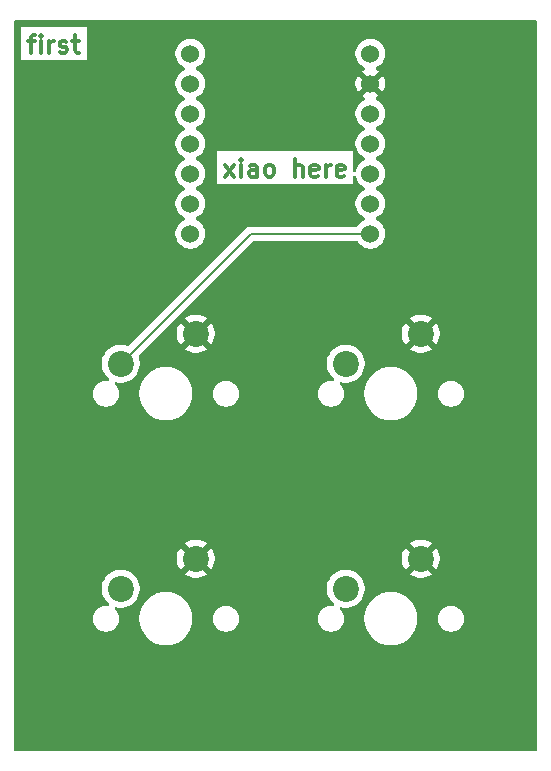
<source format=gbr>
%TF.GenerationSoftware,KiCad,Pcbnew,9.0.6*%
%TF.CreationDate,2025-12-25T21:37:21-05:00*%
%TF.ProjectId,hpad,68706164-2e6b-4696-9361-645f70636258,rev?*%
%TF.SameCoordinates,Original*%
%TF.FileFunction,Copper,L2,Bot*%
%TF.FilePolarity,Positive*%
%FSLAX46Y46*%
G04 Gerber Fmt 4.6, Leading zero omitted, Abs format (unit mm)*
G04 Created by KiCad (PCBNEW 9.0.6) date 2025-12-25 21:37:21*
%MOMM*%
%LPD*%
G01*
G04 APERTURE LIST*
%ADD10C,0.300000*%
%TA.AperFunction,NonConductor*%
%ADD11C,0.300000*%
%TD*%
%TA.AperFunction,ComponentPad*%
%ADD12C,1.524000*%
%TD*%
%TA.AperFunction,ComponentPad*%
%ADD13C,2.200000*%
%TD*%
%TA.AperFunction,ViaPad*%
%ADD14C,0.600000*%
%TD*%
%TA.AperFunction,Conductor*%
%ADD15C,0.200000*%
%TD*%
G04 APERTURE END LIST*
D10*
D11*
X163611653Y-93700828D02*
X164397368Y-92700828D01*
X163611653Y-92700828D02*
X164397368Y-93700828D01*
X164968796Y-93700828D02*
X164968796Y-92700828D01*
X164968796Y-92200828D02*
X164897368Y-92272257D01*
X164897368Y-92272257D02*
X164968796Y-92343685D01*
X164968796Y-92343685D02*
X165040225Y-92272257D01*
X165040225Y-92272257D02*
X164968796Y-92200828D01*
X164968796Y-92200828D02*
X164968796Y-92343685D01*
X166325940Y-93700828D02*
X166325940Y-92915114D01*
X166325940Y-92915114D02*
X166254511Y-92772257D01*
X166254511Y-92772257D02*
X166111654Y-92700828D01*
X166111654Y-92700828D02*
X165825940Y-92700828D01*
X165825940Y-92700828D02*
X165683082Y-92772257D01*
X166325940Y-93629400D02*
X166183082Y-93700828D01*
X166183082Y-93700828D02*
X165825940Y-93700828D01*
X165825940Y-93700828D02*
X165683082Y-93629400D01*
X165683082Y-93629400D02*
X165611654Y-93486542D01*
X165611654Y-93486542D02*
X165611654Y-93343685D01*
X165611654Y-93343685D02*
X165683082Y-93200828D01*
X165683082Y-93200828D02*
X165825940Y-93129400D01*
X165825940Y-93129400D02*
X166183082Y-93129400D01*
X166183082Y-93129400D02*
X166325940Y-93057971D01*
X167254511Y-93700828D02*
X167111654Y-93629400D01*
X167111654Y-93629400D02*
X167040225Y-93557971D01*
X167040225Y-93557971D02*
X166968797Y-93415114D01*
X166968797Y-93415114D02*
X166968797Y-92986542D01*
X166968797Y-92986542D02*
X167040225Y-92843685D01*
X167040225Y-92843685D02*
X167111654Y-92772257D01*
X167111654Y-92772257D02*
X167254511Y-92700828D01*
X167254511Y-92700828D02*
X167468797Y-92700828D01*
X167468797Y-92700828D02*
X167611654Y-92772257D01*
X167611654Y-92772257D02*
X167683083Y-92843685D01*
X167683083Y-92843685D02*
X167754511Y-92986542D01*
X167754511Y-92986542D02*
X167754511Y-93415114D01*
X167754511Y-93415114D02*
X167683083Y-93557971D01*
X167683083Y-93557971D02*
X167611654Y-93629400D01*
X167611654Y-93629400D02*
X167468797Y-93700828D01*
X167468797Y-93700828D02*
X167254511Y-93700828D01*
X169540225Y-93700828D02*
X169540225Y-92200828D01*
X170183083Y-93700828D02*
X170183083Y-92915114D01*
X170183083Y-92915114D02*
X170111654Y-92772257D01*
X170111654Y-92772257D02*
X169968797Y-92700828D01*
X169968797Y-92700828D02*
X169754511Y-92700828D01*
X169754511Y-92700828D02*
X169611654Y-92772257D01*
X169611654Y-92772257D02*
X169540225Y-92843685D01*
X171468797Y-93629400D02*
X171325940Y-93700828D01*
X171325940Y-93700828D02*
X171040226Y-93700828D01*
X171040226Y-93700828D02*
X170897368Y-93629400D01*
X170897368Y-93629400D02*
X170825940Y-93486542D01*
X170825940Y-93486542D02*
X170825940Y-92915114D01*
X170825940Y-92915114D02*
X170897368Y-92772257D01*
X170897368Y-92772257D02*
X171040226Y-92700828D01*
X171040226Y-92700828D02*
X171325940Y-92700828D01*
X171325940Y-92700828D02*
X171468797Y-92772257D01*
X171468797Y-92772257D02*
X171540226Y-92915114D01*
X171540226Y-92915114D02*
X171540226Y-93057971D01*
X171540226Y-93057971D02*
X170825940Y-93200828D01*
X172183082Y-93700828D02*
X172183082Y-92700828D01*
X172183082Y-92986542D02*
X172254511Y-92843685D01*
X172254511Y-92843685D02*
X172325940Y-92772257D01*
X172325940Y-92772257D02*
X172468797Y-92700828D01*
X172468797Y-92700828D02*
X172611654Y-92700828D01*
X173683082Y-93629400D02*
X173540225Y-93700828D01*
X173540225Y-93700828D02*
X173254511Y-93700828D01*
X173254511Y-93700828D02*
X173111653Y-93629400D01*
X173111653Y-93629400D02*
X173040225Y-93486542D01*
X173040225Y-93486542D02*
X173040225Y-92915114D01*
X173040225Y-92915114D02*
X173111653Y-92772257D01*
X173111653Y-92772257D02*
X173254511Y-92700828D01*
X173254511Y-92700828D02*
X173540225Y-92700828D01*
X173540225Y-92700828D02*
X173683082Y-92772257D01*
X173683082Y-92772257D02*
X173754511Y-92915114D01*
X173754511Y-92915114D02*
X173754511Y-93057971D01*
X173754511Y-93057971D02*
X173040225Y-93200828D01*
D10*
D11*
X146940225Y-82200828D02*
X147511653Y-82200828D01*
X147154510Y-83200828D02*
X147154510Y-81915114D01*
X147154510Y-81915114D02*
X147225939Y-81772257D01*
X147225939Y-81772257D02*
X147368796Y-81700828D01*
X147368796Y-81700828D02*
X147511653Y-81700828D01*
X148011653Y-83200828D02*
X148011653Y-82200828D01*
X148011653Y-81700828D02*
X147940225Y-81772257D01*
X147940225Y-81772257D02*
X148011653Y-81843685D01*
X148011653Y-81843685D02*
X148083082Y-81772257D01*
X148083082Y-81772257D02*
X148011653Y-81700828D01*
X148011653Y-81700828D02*
X148011653Y-81843685D01*
X148725939Y-83200828D02*
X148725939Y-82200828D01*
X148725939Y-82486542D02*
X148797368Y-82343685D01*
X148797368Y-82343685D02*
X148868797Y-82272257D01*
X148868797Y-82272257D02*
X149011654Y-82200828D01*
X149011654Y-82200828D02*
X149154511Y-82200828D01*
X149583082Y-83129400D02*
X149725939Y-83200828D01*
X149725939Y-83200828D02*
X150011653Y-83200828D01*
X150011653Y-83200828D02*
X150154510Y-83129400D01*
X150154510Y-83129400D02*
X150225939Y-82986542D01*
X150225939Y-82986542D02*
X150225939Y-82915114D01*
X150225939Y-82915114D02*
X150154510Y-82772257D01*
X150154510Y-82772257D02*
X150011653Y-82700828D01*
X150011653Y-82700828D02*
X149797368Y-82700828D01*
X149797368Y-82700828D02*
X149654510Y-82629400D01*
X149654510Y-82629400D02*
X149583082Y-82486542D01*
X149583082Y-82486542D02*
X149583082Y-82415114D01*
X149583082Y-82415114D02*
X149654510Y-82272257D01*
X149654510Y-82272257D02*
X149797368Y-82200828D01*
X149797368Y-82200828D02*
X150011653Y-82200828D01*
X150011653Y-82200828D02*
X150154510Y-82272257D01*
X150654511Y-82200828D02*
X151225939Y-82200828D01*
X150868796Y-81700828D02*
X150868796Y-82986542D01*
X150868796Y-82986542D02*
X150940225Y-83129400D01*
X150940225Y-83129400D02*
X151083082Y-83200828D01*
X151083082Y-83200828D02*
X151225939Y-83200828D01*
D12*
%TO.P,U1,1,GPIO26/ADC0/A0*%
%TO.N,unconnected-(U1-GPIO26{slash}ADC0{slash}A0-Pad1)*%
X160660000Y-83300000D03*
%TO.P,U1,2,GPIO27/ADC1/A1*%
%TO.N,unconnected-(U1-GPIO27{slash}ADC1{slash}A1-Pad2)*%
X160660000Y-85840000D03*
%TO.P,U1,3,GPIO28/ADC2/A2*%
%TO.N,unconnected-(U1-GPIO28{slash}ADC2{slash}A2-Pad3)*%
X160660000Y-88380000D03*
%TO.P,U1,4,GPIO29/ADC3/A3*%
%TO.N,unconnected-(U1-GPIO29{slash}ADC3{slash}A3-Pad4)*%
X160660000Y-90920000D03*
%TO.P,U1,5,GPIO6/SDA*%
%TO.N,Net-(D1-DIN)*%
X160660000Y-93460000D03*
%TO.P,U1,6,GPIO7/SCL*%
%TO.N,unconnected-(U1-GPIO7{slash}SCL-Pad6)*%
X160660000Y-96000000D03*
%TO.P,U1,7,GPIO0/TX*%
%TO.N,unconnected-(U1-GPIO0{slash}TX-Pad7)*%
X160660000Y-98540000D03*
%TO.P,U1,8,GPIO1/RX*%
%TO.N,Net-(U1-GPIO1{slash}RX)*%
X175900000Y-98540000D03*
%TO.P,U1,9,GPIO2/SCK*%
%TO.N,Net-(U1-GPIO2{slash}SCK)*%
X175900000Y-96000000D03*
%TO.P,U1,10,GPIO4/MISO*%
%TO.N,Net-(U1-GPIO4{slash}MISO)*%
X175900000Y-93460000D03*
%TO.P,U1,11,GPIO3/MOSI*%
%TO.N,Net-(U1-GPIO3{slash}MOSI)*%
X175900000Y-90920000D03*
%TO.P,U1,12,3V3*%
%TO.N,unconnected-(U1-3V3-Pad12)*%
X175900000Y-88380000D03*
%TO.P,U1,13,GND*%
%TO.N,GND*%
X175900000Y-85840000D03*
%TO.P,U1,14,VBUS*%
%TO.N,+5V*%
X175900000Y-83300000D03*
%TD*%
D13*
%TO.P,SW1,1,1*%
%TO.N,GND*%
X161131250Y-106997500D03*
%TO.P,SW1,2,2*%
%TO.N,Net-(U1-GPIO1{slash}RX)*%
X154781250Y-109537500D03*
%TD*%
%TO.P,SW3,1,1*%
%TO.N,GND*%
X161131250Y-126047500D03*
%TO.P,SW3,2,2*%
%TO.N,Net-(U1-GPIO4{slash}MISO)*%
X154781250Y-128587500D03*
%TD*%
%TO.P,SW4,1,1*%
%TO.N,GND*%
X180181250Y-126047500D03*
%TO.P,SW4,2,2*%
%TO.N,Net-(U1-GPIO3{slash}MOSI)*%
X173831250Y-128587500D03*
%TD*%
%TO.P,SW2,1,1*%
%TO.N,GND*%
X180181250Y-106997500D03*
%TO.P,SW2,2,2*%
%TO.N,Net-(U1-GPIO2{slash}SCK)*%
X173831250Y-109537500D03*
%TD*%
D14*
%TO.N,GND*%
X182900000Y-91400000D03*
X153900000Y-90900000D03*
%TD*%
D15*
%TO.N,Net-(U1-GPIO1{slash}RX)*%
X154781250Y-109537500D02*
X165778750Y-98540000D01*
X165778750Y-98540000D02*
X175900000Y-98540000D01*
%TD*%
%TA.AperFunction,Conductor*%
%TO.N,GND*%
G36*
X189942539Y-80442435D02*
G01*
X189988294Y-80495239D01*
X189999500Y-80546750D01*
X189999500Y-142250500D01*
X189979815Y-142317539D01*
X189927011Y-142363294D01*
X189875500Y-142374500D01*
X145880750Y-142374500D01*
X145813711Y-142354815D01*
X145767956Y-142302011D01*
X145756750Y-142250500D01*
X145756750Y-131040889D01*
X152410750Y-131040889D01*
X152410750Y-131214111D01*
X152437848Y-131385201D01*
X152491377Y-131549945D01*
X152570018Y-131704288D01*
X152671836Y-131844428D01*
X152794322Y-131966914D01*
X152934462Y-132068732D01*
X153088805Y-132147373D01*
X153253549Y-132200902D01*
X153424639Y-132228000D01*
X153424640Y-132228000D01*
X153597860Y-132228000D01*
X153597861Y-132228000D01*
X153768951Y-132200902D01*
X153933695Y-132147373D01*
X154088038Y-132068732D01*
X154228178Y-131966914D01*
X154350664Y-131844428D01*
X154452482Y-131704288D01*
X154531123Y-131549945D01*
X154584652Y-131385201D01*
X154611750Y-131214111D01*
X154611750Y-131040889D01*
X154602104Y-130979986D01*
X156340750Y-130979986D01*
X156340750Y-131275013D01*
X156372821Y-131518613D01*
X156379257Y-131567493D01*
X156453462Y-131844430D01*
X156455611Y-131852451D01*
X156455614Y-131852461D01*
X156568504Y-132125000D01*
X156568508Y-132125010D01*
X156716011Y-132380493D01*
X156895602Y-132614540D01*
X156895608Y-132614547D01*
X157104202Y-132823141D01*
X157104209Y-132823147D01*
X157338256Y-133002738D01*
X157593739Y-133150241D01*
X157593740Y-133150241D01*
X157593743Y-133150243D01*
X157866298Y-133263139D01*
X158151257Y-133339493D01*
X158443744Y-133378000D01*
X158443751Y-133378000D01*
X158738749Y-133378000D01*
X158738756Y-133378000D01*
X159031243Y-133339493D01*
X159316202Y-133263139D01*
X159588757Y-133150243D01*
X159844244Y-133002738D01*
X160078292Y-132823146D01*
X160286896Y-132614542D01*
X160466488Y-132380494D01*
X160613993Y-132125007D01*
X160726889Y-131852452D01*
X160803243Y-131567493D01*
X160841750Y-131275006D01*
X160841750Y-131040889D01*
X162570750Y-131040889D01*
X162570750Y-131214111D01*
X162597848Y-131385201D01*
X162651377Y-131549945D01*
X162730018Y-131704288D01*
X162831836Y-131844428D01*
X162954322Y-131966914D01*
X163094462Y-132068732D01*
X163248805Y-132147373D01*
X163413549Y-132200902D01*
X163584639Y-132228000D01*
X163584640Y-132228000D01*
X163757860Y-132228000D01*
X163757861Y-132228000D01*
X163928951Y-132200902D01*
X164093695Y-132147373D01*
X164248038Y-132068732D01*
X164388178Y-131966914D01*
X164510664Y-131844428D01*
X164612482Y-131704288D01*
X164691123Y-131549945D01*
X164744652Y-131385201D01*
X164771750Y-131214111D01*
X164771750Y-131040889D01*
X171460750Y-131040889D01*
X171460750Y-131214111D01*
X171487848Y-131385201D01*
X171541377Y-131549945D01*
X171620018Y-131704288D01*
X171721836Y-131844428D01*
X171844322Y-131966914D01*
X171984462Y-132068732D01*
X172138805Y-132147373D01*
X172303549Y-132200902D01*
X172474639Y-132228000D01*
X172474640Y-132228000D01*
X172647860Y-132228000D01*
X172647861Y-132228000D01*
X172818951Y-132200902D01*
X172983695Y-132147373D01*
X173138038Y-132068732D01*
X173278178Y-131966914D01*
X173400664Y-131844428D01*
X173502482Y-131704288D01*
X173581123Y-131549945D01*
X173634652Y-131385201D01*
X173661750Y-131214111D01*
X173661750Y-131040889D01*
X173652104Y-130979986D01*
X175390750Y-130979986D01*
X175390750Y-131275013D01*
X175422821Y-131518613D01*
X175429257Y-131567493D01*
X175503462Y-131844430D01*
X175505611Y-131852451D01*
X175505614Y-131852461D01*
X175618504Y-132125000D01*
X175618508Y-132125010D01*
X175766011Y-132380493D01*
X175945602Y-132614540D01*
X175945608Y-132614547D01*
X176154202Y-132823141D01*
X176154209Y-132823147D01*
X176388256Y-133002738D01*
X176643739Y-133150241D01*
X176643740Y-133150241D01*
X176643743Y-133150243D01*
X176916298Y-133263139D01*
X177201257Y-133339493D01*
X177493744Y-133378000D01*
X177493751Y-133378000D01*
X177788749Y-133378000D01*
X177788756Y-133378000D01*
X178081243Y-133339493D01*
X178366202Y-133263139D01*
X178638757Y-133150243D01*
X178894244Y-133002738D01*
X179128292Y-132823146D01*
X179336896Y-132614542D01*
X179516488Y-132380494D01*
X179663993Y-132125007D01*
X179776889Y-131852452D01*
X179853243Y-131567493D01*
X179891750Y-131275006D01*
X179891750Y-131040889D01*
X181620750Y-131040889D01*
X181620750Y-131214111D01*
X181647848Y-131385201D01*
X181701377Y-131549945D01*
X181780018Y-131704288D01*
X181881836Y-131844428D01*
X182004322Y-131966914D01*
X182144462Y-132068732D01*
X182298805Y-132147373D01*
X182463549Y-132200902D01*
X182634639Y-132228000D01*
X182634640Y-132228000D01*
X182807860Y-132228000D01*
X182807861Y-132228000D01*
X182978951Y-132200902D01*
X183143695Y-132147373D01*
X183298038Y-132068732D01*
X183438178Y-131966914D01*
X183560664Y-131844428D01*
X183662482Y-131704288D01*
X183741123Y-131549945D01*
X183794652Y-131385201D01*
X183821750Y-131214111D01*
X183821750Y-131040889D01*
X183794652Y-130869799D01*
X183741123Y-130705055D01*
X183662482Y-130550712D01*
X183560664Y-130410572D01*
X183438178Y-130288086D01*
X183298038Y-130186268D01*
X183143695Y-130107627D01*
X182978951Y-130054098D01*
X182978949Y-130054097D01*
X182978948Y-130054097D01*
X182847521Y-130033281D01*
X182807861Y-130027000D01*
X182634639Y-130027000D01*
X182594978Y-130033281D01*
X182463552Y-130054097D01*
X182298802Y-130107628D01*
X182144461Y-130186268D01*
X182087539Y-130227625D01*
X182004322Y-130288086D01*
X182004320Y-130288088D01*
X182004319Y-130288088D01*
X181881838Y-130410569D01*
X181881838Y-130410570D01*
X181881836Y-130410572D01*
X181838109Y-130470756D01*
X181780018Y-130550711D01*
X181701378Y-130705052D01*
X181647847Y-130869802D01*
X181620750Y-131040889D01*
X179891750Y-131040889D01*
X179891750Y-130979994D01*
X179853243Y-130687507D01*
X179776889Y-130402548D01*
X179663993Y-130129993D01*
X179608559Y-130033979D01*
X179516488Y-129874506D01*
X179336897Y-129640459D01*
X179336891Y-129640452D01*
X179128297Y-129431858D01*
X179128290Y-129431852D01*
X178894243Y-129252261D01*
X178638760Y-129104758D01*
X178638750Y-129104754D01*
X178366211Y-128991864D01*
X178366204Y-128991862D01*
X178366202Y-128991861D01*
X178081243Y-128915507D01*
X178032363Y-128909071D01*
X177788763Y-128877000D01*
X177788756Y-128877000D01*
X177493744Y-128877000D01*
X177493736Y-128877000D01*
X177215335Y-128913653D01*
X177201257Y-128915507D01*
X177026678Y-128962285D01*
X176916298Y-128991861D01*
X176916288Y-128991864D01*
X176643749Y-129104754D01*
X176643739Y-129104758D01*
X176388256Y-129252261D01*
X176154209Y-129431852D01*
X176154202Y-129431858D01*
X175945608Y-129640452D01*
X175945602Y-129640459D01*
X175766011Y-129874506D01*
X175618508Y-130129989D01*
X175618504Y-130129999D01*
X175505614Y-130402538D01*
X175505611Y-130402548D01*
X175429258Y-130687504D01*
X175429256Y-130687515D01*
X175390750Y-130979986D01*
X173652104Y-130979986D01*
X173634652Y-130869799D01*
X173581123Y-130705055D01*
X173502482Y-130550712D01*
X173400664Y-130410572D01*
X173348732Y-130358640D01*
X173315247Y-130297317D01*
X173320231Y-130227625D01*
X173362103Y-130171692D01*
X173427567Y-130147275D01*
X173455811Y-130148486D01*
X173456462Y-130148589D01*
X173456465Y-130148590D01*
X173705288Y-130188000D01*
X173705289Y-130188000D01*
X173957211Y-130188000D01*
X173957212Y-130188000D01*
X174206035Y-130148590D01*
X174445629Y-130070741D01*
X174670095Y-129956370D01*
X174873906Y-129808293D01*
X175052043Y-129630156D01*
X175200120Y-129426345D01*
X175314491Y-129201879D01*
X175392340Y-128962285D01*
X175431750Y-128713462D01*
X175431750Y-128461538D01*
X175392340Y-128212715D01*
X175314491Y-127973121D01*
X175314489Y-127973118D01*
X175314489Y-127973116D01*
X175272997Y-127891684D01*
X175200120Y-127748655D01*
X175098003Y-127608102D01*
X175052048Y-127544850D01*
X175052044Y-127544845D01*
X174873904Y-127366705D01*
X174873899Y-127366701D01*
X174670098Y-127218632D01*
X174670097Y-127218631D01*
X174670095Y-127218630D01*
X174599997Y-127182913D01*
X174445633Y-127104260D01*
X174206035Y-127026410D01*
X173957212Y-126987000D01*
X173705288Y-126987000D01*
X173580876Y-127006705D01*
X173456464Y-127026410D01*
X173216866Y-127104260D01*
X172992401Y-127218632D01*
X172788600Y-127366701D01*
X172788595Y-127366705D01*
X172610455Y-127544845D01*
X172610451Y-127544850D01*
X172462382Y-127748651D01*
X172348010Y-127973116D01*
X172270160Y-128212714D01*
X172230750Y-128461538D01*
X172230750Y-128713461D01*
X172270160Y-128962285D01*
X172348010Y-129201883D01*
X172462382Y-129426348D01*
X172610451Y-129630149D01*
X172610455Y-129630154D01*
X172610457Y-129630156D01*
X172788594Y-129808293D01*
X172788595Y-129808294D01*
X172788594Y-129808294D01*
X172794911Y-129812883D01*
X172837577Y-129868214D01*
X172843555Y-129937827D01*
X172810949Y-129999622D01*
X172750110Y-130033979D01*
X172702628Y-130035674D01*
X172647861Y-130027000D01*
X172474639Y-130027000D01*
X172434978Y-130033281D01*
X172303552Y-130054097D01*
X172138802Y-130107628D01*
X171984461Y-130186268D01*
X171927539Y-130227625D01*
X171844322Y-130288086D01*
X171844320Y-130288088D01*
X171844319Y-130288088D01*
X171721838Y-130410569D01*
X171721838Y-130410570D01*
X171721836Y-130410572D01*
X171678109Y-130470756D01*
X171620018Y-130550711D01*
X171541378Y-130705052D01*
X171487847Y-130869802D01*
X171460750Y-131040889D01*
X164771750Y-131040889D01*
X164744652Y-130869799D01*
X164691123Y-130705055D01*
X164612482Y-130550712D01*
X164510664Y-130410572D01*
X164388178Y-130288086D01*
X164248038Y-130186268D01*
X164093695Y-130107627D01*
X163928951Y-130054098D01*
X163928949Y-130054097D01*
X163928948Y-130054097D01*
X163797521Y-130033281D01*
X163757861Y-130027000D01*
X163584639Y-130027000D01*
X163544978Y-130033281D01*
X163413552Y-130054097D01*
X163248802Y-130107628D01*
X163094461Y-130186268D01*
X163037539Y-130227625D01*
X162954322Y-130288086D01*
X162954320Y-130288088D01*
X162954319Y-130288088D01*
X162831838Y-130410569D01*
X162831838Y-130410570D01*
X162831836Y-130410572D01*
X162788109Y-130470756D01*
X162730018Y-130550711D01*
X162651378Y-130705052D01*
X162597847Y-130869802D01*
X162570750Y-131040889D01*
X160841750Y-131040889D01*
X160841750Y-130979994D01*
X160803243Y-130687507D01*
X160726889Y-130402548D01*
X160613993Y-130129993D01*
X160558559Y-130033979D01*
X160466488Y-129874506D01*
X160286897Y-129640459D01*
X160286891Y-129640452D01*
X160078297Y-129431858D01*
X160078290Y-129431852D01*
X159844243Y-129252261D01*
X159588760Y-129104758D01*
X159588750Y-129104754D01*
X159316211Y-128991864D01*
X159316204Y-128991862D01*
X159316202Y-128991861D01*
X159031243Y-128915507D01*
X158982363Y-128909071D01*
X158738763Y-128877000D01*
X158738756Y-128877000D01*
X158443744Y-128877000D01*
X158443736Y-128877000D01*
X158165335Y-128913653D01*
X158151257Y-128915507D01*
X157976678Y-128962285D01*
X157866298Y-128991861D01*
X157866288Y-128991864D01*
X157593749Y-129104754D01*
X157593739Y-129104758D01*
X157338256Y-129252261D01*
X157104209Y-129431852D01*
X157104202Y-129431858D01*
X156895608Y-129640452D01*
X156895602Y-129640459D01*
X156716011Y-129874506D01*
X156568508Y-130129989D01*
X156568504Y-130129999D01*
X156455614Y-130402538D01*
X156455611Y-130402548D01*
X156379258Y-130687504D01*
X156379256Y-130687515D01*
X156340750Y-130979986D01*
X154602104Y-130979986D01*
X154584652Y-130869799D01*
X154531123Y-130705055D01*
X154452482Y-130550712D01*
X154350664Y-130410572D01*
X154298732Y-130358640D01*
X154265247Y-130297317D01*
X154270231Y-130227625D01*
X154312103Y-130171692D01*
X154377567Y-130147275D01*
X154405811Y-130148486D01*
X154406462Y-130148589D01*
X154406465Y-130148590D01*
X154655288Y-130188000D01*
X154655289Y-130188000D01*
X154907211Y-130188000D01*
X154907212Y-130188000D01*
X155156035Y-130148590D01*
X155395629Y-130070741D01*
X155620095Y-129956370D01*
X155823906Y-129808293D01*
X156002043Y-129630156D01*
X156150120Y-129426345D01*
X156264491Y-129201879D01*
X156342340Y-128962285D01*
X156381750Y-128713462D01*
X156381750Y-128461538D01*
X156342340Y-128212715D01*
X156264491Y-127973121D01*
X156264489Y-127973118D01*
X156264489Y-127973116D01*
X156222997Y-127891684D01*
X156150120Y-127748655D01*
X156048003Y-127608102D01*
X156002048Y-127544850D01*
X156002044Y-127544845D01*
X155823904Y-127366705D01*
X155823899Y-127366701D01*
X155620098Y-127218632D01*
X155620097Y-127218631D01*
X155620095Y-127218630D01*
X155549997Y-127182913D01*
X155395633Y-127104260D01*
X155156035Y-127026410D01*
X154907212Y-126987000D01*
X154655288Y-126987000D01*
X154530876Y-127006705D01*
X154406464Y-127026410D01*
X154166866Y-127104260D01*
X153942401Y-127218632D01*
X153738600Y-127366701D01*
X153738595Y-127366705D01*
X153560455Y-127544845D01*
X153560451Y-127544850D01*
X153412382Y-127748651D01*
X153298010Y-127973116D01*
X153220160Y-128212714D01*
X153180750Y-128461538D01*
X153180750Y-128713461D01*
X153220160Y-128962285D01*
X153298010Y-129201883D01*
X153412382Y-129426348D01*
X153560451Y-129630149D01*
X153560455Y-129630154D01*
X153560457Y-129630156D01*
X153738594Y-129808293D01*
X153738595Y-129808294D01*
X153738594Y-129808294D01*
X153744911Y-129812883D01*
X153787577Y-129868214D01*
X153793555Y-129937827D01*
X153760949Y-129999622D01*
X153700110Y-130033979D01*
X153652628Y-130035674D01*
X153597861Y-130027000D01*
X153424639Y-130027000D01*
X153384978Y-130033281D01*
X153253552Y-130054097D01*
X153088802Y-130107628D01*
X152934461Y-130186268D01*
X152877539Y-130227625D01*
X152794322Y-130288086D01*
X152794320Y-130288088D01*
X152794319Y-130288088D01*
X152671838Y-130410569D01*
X152671838Y-130410570D01*
X152671836Y-130410572D01*
X152628109Y-130470756D01*
X152570018Y-130550711D01*
X152491378Y-130705052D01*
X152437847Y-130869802D01*
X152410750Y-131040889D01*
X145756750Y-131040889D01*
X145756750Y-125921571D01*
X159531250Y-125921571D01*
X159531250Y-126173428D01*
X159570647Y-126422169D01*
X159648469Y-126661684D01*
X159762807Y-126886083D01*
X159836998Y-126988197D01*
X159836998Y-126988198D01*
X160453671Y-126371524D01*
X160466609Y-126402758D01*
X160548687Y-126525597D01*
X160653153Y-126630063D01*
X160775992Y-126712141D01*
X160807224Y-126725077D01*
X160190550Y-127341750D01*
X160292666Y-127415942D01*
X160517065Y-127530280D01*
X160756580Y-127608102D01*
X161005322Y-127647500D01*
X161257178Y-127647500D01*
X161505919Y-127608102D01*
X161745434Y-127530280D01*
X161969825Y-127415946D01*
X161969831Y-127415942D01*
X162071947Y-127341750D01*
X162071948Y-127341750D01*
X161455275Y-126725078D01*
X161486508Y-126712141D01*
X161609347Y-126630063D01*
X161713813Y-126525597D01*
X161795891Y-126402758D01*
X161808828Y-126371525D01*
X162425500Y-126988198D01*
X162425500Y-126988197D01*
X162499692Y-126886081D01*
X162499696Y-126886075D01*
X162614030Y-126661684D01*
X162691852Y-126422169D01*
X162731250Y-126173428D01*
X162731250Y-125921571D01*
X178581250Y-125921571D01*
X178581250Y-126173428D01*
X178620647Y-126422169D01*
X178698469Y-126661684D01*
X178812807Y-126886083D01*
X178886998Y-126988197D01*
X178886998Y-126988198D01*
X179503671Y-126371524D01*
X179516609Y-126402758D01*
X179598687Y-126525597D01*
X179703153Y-126630063D01*
X179825992Y-126712141D01*
X179857224Y-126725077D01*
X179240550Y-127341750D01*
X179342666Y-127415942D01*
X179567065Y-127530280D01*
X179806580Y-127608102D01*
X180055322Y-127647500D01*
X180307178Y-127647500D01*
X180555919Y-127608102D01*
X180795434Y-127530280D01*
X181019825Y-127415946D01*
X181019831Y-127415942D01*
X181121947Y-127341750D01*
X181121948Y-127341750D01*
X180505275Y-126725078D01*
X180536508Y-126712141D01*
X180659347Y-126630063D01*
X180763813Y-126525597D01*
X180845891Y-126402758D01*
X180858828Y-126371525D01*
X181475500Y-126988198D01*
X181475500Y-126988197D01*
X181549692Y-126886081D01*
X181549696Y-126886075D01*
X181664030Y-126661684D01*
X181741852Y-126422169D01*
X181781250Y-126173428D01*
X181781250Y-125921571D01*
X181741852Y-125672830D01*
X181664030Y-125433315D01*
X181549692Y-125208916D01*
X181475500Y-125106801D01*
X181475500Y-125106800D01*
X180858827Y-125723473D01*
X180845891Y-125692242D01*
X180763813Y-125569403D01*
X180659347Y-125464937D01*
X180536508Y-125382859D01*
X180505274Y-125369921D01*
X181121948Y-124753248D01*
X181019833Y-124679057D01*
X180795434Y-124564719D01*
X180555919Y-124486897D01*
X180307178Y-124447500D01*
X180055322Y-124447500D01*
X179806580Y-124486897D01*
X179567065Y-124564719D01*
X179342663Y-124679059D01*
X179240551Y-124753247D01*
X179240550Y-124753248D01*
X179857224Y-125369921D01*
X179825992Y-125382859D01*
X179703153Y-125464937D01*
X179598687Y-125569403D01*
X179516609Y-125692242D01*
X179503671Y-125723474D01*
X178886998Y-125106800D01*
X178886997Y-125106801D01*
X178812809Y-125208913D01*
X178698469Y-125433315D01*
X178620647Y-125672830D01*
X178581250Y-125921571D01*
X162731250Y-125921571D01*
X162691852Y-125672830D01*
X162614030Y-125433315D01*
X162499692Y-125208916D01*
X162425500Y-125106801D01*
X162425500Y-125106800D01*
X161808827Y-125723473D01*
X161795891Y-125692242D01*
X161713813Y-125569403D01*
X161609347Y-125464937D01*
X161486508Y-125382859D01*
X161455274Y-125369921D01*
X162071948Y-124753248D01*
X161969833Y-124679057D01*
X161745434Y-124564719D01*
X161505919Y-124486897D01*
X161257178Y-124447500D01*
X161005322Y-124447500D01*
X160756580Y-124486897D01*
X160517065Y-124564719D01*
X160292663Y-124679059D01*
X160190551Y-124753247D01*
X160190550Y-124753248D01*
X160807224Y-125369921D01*
X160775992Y-125382859D01*
X160653153Y-125464937D01*
X160548687Y-125569403D01*
X160466609Y-125692242D01*
X160453671Y-125723474D01*
X159836998Y-125106800D01*
X159836997Y-125106801D01*
X159762809Y-125208913D01*
X159648469Y-125433315D01*
X159570647Y-125672830D01*
X159531250Y-125921571D01*
X145756750Y-125921571D01*
X145756750Y-111990889D01*
X152410750Y-111990889D01*
X152410750Y-112164111D01*
X152437848Y-112335201D01*
X152491377Y-112499945D01*
X152570018Y-112654288D01*
X152671836Y-112794428D01*
X152794322Y-112916914D01*
X152934462Y-113018732D01*
X153088805Y-113097373D01*
X153253549Y-113150902D01*
X153424639Y-113178000D01*
X153424640Y-113178000D01*
X153597860Y-113178000D01*
X153597861Y-113178000D01*
X153768951Y-113150902D01*
X153933695Y-113097373D01*
X154088038Y-113018732D01*
X154228178Y-112916914D01*
X154350664Y-112794428D01*
X154452482Y-112654288D01*
X154531123Y-112499945D01*
X154584652Y-112335201D01*
X154611750Y-112164111D01*
X154611750Y-111990889D01*
X154602104Y-111929986D01*
X156340750Y-111929986D01*
X156340750Y-112225013D01*
X156372821Y-112468613D01*
X156379257Y-112517493D01*
X156453462Y-112794430D01*
X156455611Y-112802451D01*
X156455614Y-112802461D01*
X156568504Y-113075000D01*
X156568508Y-113075010D01*
X156716011Y-113330493D01*
X156895602Y-113564540D01*
X156895608Y-113564547D01*
X157104202Y-113773141D01*
X157104209Y-113773147D01*
X157338256Y-113952738D01*
X157593739Y-114100241D01*
X157593740Y-114100241D01*
X157593743Y-114100243D01*
X157866298Y-114213139D01*
X158151257Y-114289493D01*
X158443744Y-114328000D01*
X158443751Y-114328000D01*
X158738749Y-114328000D01*
X158738756Y-114328000D01*
X159031243Y-114289493D01*
X159316202Y-114213139D01*
X159588757Y-114100243D01*
X159844244Y-113952738D01*
X160078292Y-113773146D01*
X160286896Y-113564542D01*
X160466488Y-113330494D01*
X160613993Y-113075007D01*
X160726889Y-112802452D01*
X160803243Y-112517493D01*
X160841750Y-112225006D01*
X160841750Y-111990889D01*
X162570750Y-111990889D01*
X162570750Y-112164111D01*
X162597848Y-112335201D01*
X162651377Y-112499945D01*
X162730018Y-112654288D01*
X162831836Y-112794428D01*
X162954322Y-112916914D01*
X163094462Y-113018732D01*
X163248805Y-113097373D01*
X163413549Y-113150902D01*
X163584639Y-113178000D01*
X163584640Y-113178000D01*
X163757860Y-113178000D01*
X163757861Y-113178000D01*
X163928951Y-113150902D01*
X164093695Y-113097373D01*
X164248038Y-113018732D01*
X164388178Y-112916914D01*
X164510664Y-112794428D01*
X164612482Y-112654288D01*
X164691123Y-112499945D01*
X164744652Y-112335201D01*
X164771750Y-112164111D01*
X164771750Y-111990889D01*
X171460750Y-111990889D01*
X171460750Y-112164111D01*
X171487848Y-112335201D01*
X171541377Y-112499945D01*
X171620018Y-112654288D01*
X171721836Y-112794428D01*
X171844322Y-112916914D01*
X171984462Y-113018732D01*
X172138805Y-113097373D01*
X172303549Y-113150902D01*
X172474639Y-113178000D01*
X172474640Y-113178000D01*
X172647860Y-113178000D01*
X172647861Y-113178000D01*
X172818951Y-113150902D01*
X172983695Y-113097373D01*
X173138038Y-113018732D01*
X173278178Y-112916914D01*
X173400664Y-112794428D01*
X173502482Y-112654288D01*
X173581123Y-112499945D01*
X173634652Y-112335201D01*
X173661750Y-112164111D01*
X173661750Y-111990889D01*
X173652104Y-111929986D01*
X175390750Y-111929986D01*
X175390750Y-112225013D01*
X175422821Y-112468613D01*
X175429257Y-112517493D01*
X175503462Y-112794430D01*
X175505611Y-112802451D01*
X175505614Y-112802461D01*
X175618504Y-113075000D01*
X175618508Y-113075010D01*
X175766011Y-113330493D01*
X175945602Y-113564540D01*
X175945608Y-113564547D01*
X176154202Y-113773141D01*
X176154209Y-113773147D01*
X176388256Y-113952738D01*
X176643739Y-114100241D01*
X176643740Y-114100241D01*
X176643743Y-114100243D01*
X176916298Y-114213139D01*
X177201257Y-114289493D01*
X177493744Y-114328000D01*
X177493751Y-114328000D01*
X177788749Y-114328000D01*
X177788756Y-114328000D01*
X178081243Y-114289493D01*
X178366202Y-114213139D01*
X178638757Y-114100243D01*
X178894244Y-113952738D01*
X179128292Y-113773146D01*
X179336896Y-113564542D01*
X179516488Y-113330494D01*
X179663993Y-113075007D01*
X179776889Y-112802452D01*
X179853243Y-112517493D01*
X179891750Y-112225006D01*
X179891750Y-111990889D01*
X181620750Y-111990889D01*
X181620750Y-112164111D01*
X181647848Y-112335201D01*
X181701377Y-112499945D01*
X181780018Y-112654288D01*
X181881836Y-112794428D01*
X182004322Y-112916914D01*
X182144462Y-113018732D01*
X182298805Y-113097373D01*
X182463549Y-113150902D01*
X182634639Y-113178000D01*
X182634640Y-113178000D01*
X182807860Y-113178000D01*
X182807861Y-113178000D01*
X182978951Y-113150902D01*
X183143695Y-113097373D01*
X183298038Y-113018732D01*
X183438178Y-112916914D01*
X183560664Y-112794428D01*
X183662482Y-112654288D01*
X183741123Y-112499945D01*
X183794652Y-112335201D01*
X183821750Y-112164111D01*
X183821750Y-111990889D01*
X183794652Y-111819799D01*
X183741123Y-111655055D01*
X183662482Y-111500712D01*
X183560664Y-111360572D01*
X183438178Y-111238086D01*
X183298038Y-111136268D01*
X183143695Y-111057627D01*
X182978951Y-111004098D01*
X182978949Y-111004097D01*
X182978948Y-111004097D01*
X182847521Y-110983281D01*
X182807861Y-110977000D01*
X182634639Y-110977000D01*
X182594978Y-110983281D01*
X182463552Y-111004097D01*
X182298802Y-111057628D01*
X182144461Y-111136268D01*
X182087539Y-111177625D01*
X182004322Y-111238086D01*
X182004320Y-111238088D01*
X182004319Y-111238088D01*
X181881838Y-111360569D01*
X181881838Y-111360570D01*
X181881836Y-111360572D01*
X181838109Y-111420756D01*
X181780018Y-111500711D01*
X181701378Y-111655052D01*
X181647847Y-111819802D01*
X181620750Y-111990889D01*
X179891750Y-111990889D01*
X179891750Y-111929994D01*
X179853243Y-111637507D01*
X179776889Y-111352548D01*
X179663993Y-111079993D01*
X179608559Y-110983979D01*
X179516488Y-110824506D01*
X179336897Y-110590459D01*
X179336891Y-110590452D01*
X179128297Y-110381858D01*
X179128290Y-110381852D01*
X178894243Y-110202261D01*
X178638760Y-110054758D01*
X178638750Y-110054754D01*
X178366211Y-109941864D01*
X178366204Y-109941862D01*
X178366202Y-109941861D01*
X178081243Y-109865507D01*
X178032363Y-109859071D01*
X177788763Y-109827000D01*
X177788756Y-109827000D01*
X177493744Y-109827000D01*
X177493736Y-109827000D01*
X177215335Y-109863653D01*
X177201257Y-109865507D01*
X177026678Y-109912285D01*
X176916298Y-109941861D01*
X176916288Y-109941864D01*
X176643749Y-110054754D01*
X176643739Y-110054758D01*
X176388256Y-110202261D01*
X176154209Y-110381852D01*
X176154202Y-110381858D01*
X175945608Y-110590452D01*
X175945602Y-110590459D01*
X175766011Y-110824506D01*
X175618508Y-111079989D01*
X175618504Y-111079999D01*
X175505614Y-111352538D01*
X175505611Y-111352548D01*
X175429258Y-111637504D01*
X175429256Y-111637515D01*
X175390750Y-111929986D01*
X173652104Y-111929986D01*
X173634652Y-111819799D01*
X173581123Y-111655055D01*
X173502482Y-111500712D01*
X173400664Y-111360572D01*
X173348732Y-111308640D01*
X173315247Y-111247317D01*
X173320231Y-111177625D01*
X173362103Y-111121692D01*
X173427567Y-111097275D01*
X173455811Y-111098486D01*
X173456462Y-111098589D01*
X173456465Y-111098590D01*
X173705288Y-111138000D01*
X173705289Y-111138000D01*
X173957211Y-111138000D01*
X173957212Y-111138000D01*
X174206035Y-111098590D01*
X174445629Y-111020741D01*
X174670095Y-110906370D01*
X174873906Y-110758293D01*
X175052043Y-110580156D01*
X175200120Y-110376345D01*
X175314491Y-110151879D01*
X175392340Y-109912285D01*
X175431750Y-109663462D01*
X175431750Y-109411538D01*
X175392340Y-109162715D01*
X175314491Y-108923121D01*
X175314489Y-108923118D01*
X175314489Y-108923116D01*
X175272997Y-108841684D01*
X175200120Y-108698655D01*
X175098003Y-108558102D01*
X175052048Y-108494850D01*
X175052044Y-108494845D01*
X174873904Y-108316705D01*
X174873899Y-108316701D01*
X174670098Y-108168632D01*
X174670097Y-108168631D01*
X174670095Y-108168630D01*
X174599997Y-108132913D01*
X174445633Y-108054260D01*
X174206035Y-107976410D01*
X173957212Y-107937000D01*
X173705288Y-107937000D01*
X173580876Y-107956705D01*
X173456464Y-107976410D01*
X173216866Y-108054260D01*
X172992401Y-108168632D01*
X172788600Y-108316701D01*
X172788595Y-108316705D01*
X172610455Y-108494845D01*
X172610451Y-108494850D01*
X172462382Y-108698651D01*
X172348010Y-108923116D01*
X172270160Y-109162714D01*
X172230750Y-109411538D01*
X172230750Y-109663461D01*
X172270160Y-109912285D01*
X172348010Y-110151883D01*
X172462382Y-110376348D01*
X172610451Y-110580149D01*
X172610455Y-110580154D01*
X172610457Y-110580156D01*
X172788594Y-110758293D01*
X172788595Y-110758294D01*
X172788594Y-110758294D01*
X172794911Y-110762883D01*
X172837577Y-110818214D01*
X172843555Y-110887827D01*
X172810949Y-110949622D01*
X172750110Y-110983979D01*
X172702628Y-110985674D01*
X172647861Y-110977000D01*
X172474639Y-110977000D01*
X172434978Y-110983281D01*
X172303552Y-111004097D01*
X172138802Y-111057628D01*
X171984461Y-111136268D01*
X171927539Y-111177625D01*
X171844322Y-111238086D01*
X171844320Y-111238088D01*
X171844319Y-111238088D01*
X171721838Y-111360569D01*
X171721838Y-111360570D01*
X171721836Y-111360572D01*
X171678109Y-111420756D01*
X171620018Y-111500711D01*
X171541378Y-111655052D01*
X171487847Y-111819802D01*
X171460750Y-111990889D01*
X164771750Y-111990889D01*
X164744652Y-111819799D01*
X164691123Y-111655055D01*
X164612482Y-111500712D01*
X164510664Y-111360572D01*
X164388178Y-111238086D01*
X164248038Y-111136268D01*
X164093695Y-111057627D01*
X163928951Y-111004098D01*
X163928949Y-111004097D01*
X163928948Y-111004097D01*
X163797521Y-110983281D01*
X163757861Y-110977000D01*
X163584639Y-110977000D01*
X163544978Y-110983281D01*
X163413552Y-111004097D01*
X163248802Y-111057628D01*
X163094461Y-111136268D01*
X163037539Y-111177625D01*
X162954322Y-111238086D01*
X162954320Y-111238088D01*
X162954319Y-111238088D01*
X162831838Y-111360569D01*
X162831838Y-111360570D01*
X162831836Y-111360572D01*
X162788109Y-111420756D01*
X162730018Y-111500711D01*
X162651378Y-111655052D01*
X162597847Y-111819802D01*
X162570750Y-111990889D01*
X160841750Y-111990889D01*
X160841750Y-111929994D01*
X160803243Y-111637507D01*
X160726889Y-111352548D01*
X160613993Y-111079993D01*
X160558559Y-110983979D01*
X160466488Y-110824506D01*
X160286897Y-110590459D01*
X160286891Y-110590452D01*
X160078297Y-110381858D01*
X160078290Y-110381852D01*
X159844243Y-110202261D01*
X159588760Y-110054758D01*
X159588750Y-110054754D01*
X159316211Y-109941864D01*
X159316204Y-109941862D01*
X159316202Y-109941861D01*
X159031243Y-109865507D01*
X158982363Y-109859071D01*
X158738763Y-109827000D01*
X158738756Y-109827000D01*
X158443744Y-109827000D01*
X158443736Y-109827000D01*
X158165335Y-109863653D01*
X158151257Y-109865507D01*
X157976678Y-109912285D01*
X157866298Y-109941861D01*
X157866288Y-109941864D01*
X157593749Y-110054754D01*
X157593739Y-110054758D01*
X157338256Y-110202261D01*
X157104209Y-110381852D01*
X157104202Y-110381858D01*
X156895608Y-110590452D01*
X156895602Y-110590459D01*
X156716011Y-110824506D01*
X156568508Y-111079989D01*
X156568504Y-111079999D01*
X156455614Y-111352538D01*
X156455611Y-111352548D01*
X156379258Y-111637504D01*
X156379256Y-111637515D01*
X156340750Y-111929986D01*
X154602104Y-111929986D01*
X154584652Y-111819799D01*
X154531123Y-111655055D01*
X154452482Y-111500712D01*
X154350664Y-111360572D01*
X154298732Y-111308640D01*
X154265247Y-111247317D01*
X154270231Y-111177625D01*
X154312103Y-111121692D01*
X154377567Y-111097275D01*
X154405811Y-111098486D01*
X154406462Y-111098589D01*
X154406465Y-111098590D01*
X154655288Y-111138000D01*
X154655289Y-111138000D01*
X154907211Y-111138000D01*
X154907212Y-111138000D01*
X155156035Y-111098590D01*
X155395629Y-111020741D01*
X155620095Y-110906370D01*
X155823906Y-110758293D01*
X156002043Y-110580156D01*
X156150120Y-110376345D01*
X156264491Y-110151879D01*
X156342340Y-109912285D01*
X156381750Y-109663462D01*
X156381750Y-109411538D01*
X156342340Y-109162715D01*
X156342339Y-109162711D01*
X156342339Y-109162710D01*
X156283159Y-108980573D01*
X156281164Y-108910732D01*
X156313407Y-108854576D01*
X158296413Y-106871571D01*
X159531250Y-106871571D01*
X159531250Y-107123428D01*
X159570647Y-107372169D01*
X159648469Y-107611684D01*
X159762807Y-107836083D01*
X159836998Y-107938197D01*
X159836998Y-107938198D01*
X160453671Y-107321524D01*
X160466609Y-107352758D01*
X160548687Y-107475597D01*
X160653153Y-107580063D01*
X160775992Y-107662141D01*
X160807224Y-107675077D01*
X160190550Y-108291750D01*
X160292666Y-108365942D01*
X160517065Y-108480280D01*
X160756580Y-108558102D01*
X161005322Y-108597500D01*
X161257178Y-108597500D01*
X161505919Y-108558102D01*
X161745434Y-108480280D01*
X161969825Y-108365946D01*
X161969831Y-108365942D01*
X162071947Y-108291750D01*
X162071948Y-108291750D01*
X161455275Y-107675078D01*
X161486508Y-107662141D01*
X161609347Y-107580063D01*
X161713813Y-107475597D01*
X161795891Y-107352758D01*
X161808828Y-107321525D01*
X162425500Y-107938198D01*
X162425500Y-107938197D01*
X162499692Y-107836081D01*
X162499696Y-107836075D01*
X162614030Y-107611684D01*
X162691852Y-107372169D01*
X162731250Y-107123428D01*
X162731250Y-106871571D01*
X178581250Y-106871571D01*
X178581250Y-107123428D01*
X178620647Y-107372169D01*
X178698469Y-107611684D01*
X178812807Y-107836083D01*
X178886998Y-107938197D01*
X178886998Y-107938198D01*
X179503671Y-107321524D01*
X179516609Y-107352758D01*
X179598687Y-107475597D01*
X179703153Y-107580063D01*
X179825992Y-107662141D01*
X179857224Y-107675077D01*
X179240550Y-108291750D01*
X179342666Y-108365942D01*
X179567065Y-108480280D01*
X179806580Y-108558102D01*
X180055322Y-108597500D01*
X180307178Y-108597500D01*
X180555919Y-108558102D01*
X180795434Y-108480280D01*
X181019825Y-108365946D01*
X181019831Y-108365942D01*
X181121947Y-108291750D01*
X181121948Y-108291750D01*
X180505275Y-107675078D01*
X180536508Y-107662141D01*
X180659347Y-107580063D01*
X180763813Y-107475597D01*
X180845891Y-107352758D01*
X180858828Y-107321525D01*
X181475500Y-107938198D01*
X181475500Y-107938197D01*
X181549692Y-107836081D01*
X181549696Y-107836075D01*
X181664030Y-107611684D01*
X181741852Y-107372169D01*
X181781250Y-107123428D01*
X181781250Y-106871571D01*
X181741852Y-106622830D01*
X181664030Y-106383315D01*
X181549692Y-106158916D01*
X181475500Y-106056801D01*
X181475500Y-106056800D01*
X180858827Y-106673473D01*
X180845891Y-106642242D01*
X180763813Y-106519403D01*
X180659347Y-106414937D01*
X180536508Y-106332859D01*
X180505274Y-106319921D01*
X181121948Y-105703248D01*
X181019833Y-105629057D01*
X180795434Y-105514719D01*
X180555919Y-105436897D01*
X180307178Y-105397500D01*
X180055322Y-105397500D01*
X179806580Y-105436897D01*
X179567065Y-105514719D01*
X179342663Y-105629059D01*
X179240551Y-105703247D01*
X179240550Y-105703248D01*
X179857224Y-106319921D01*
X179825992Y-106332859D01*
X179703153Y-106414937D01*
X179598687Y-106519403D01*
X179516609Y-106642242D01*
X179503671Y-106673474D01*
X178886998Y-106056800D01*
X178886997Y-106056801D01*
X178812809Y-106158913D01*
X178698469Y-106383315D01*
X178620647Y-106622830D01*
X178581250Y-106871571D01*
X162731250Y-106871571D01*
X162691852Y-106622830D01*
X162614030Y-106383315D01*
X162499692Y-106158916D01*
X162425500Y-106056801D01*
X162425500Y-106056800D01*
X161808827Y-106673473D01*
X161795891Y-106642242D01*
X161713813Y-106519403D01*
X161609347Y-106414937D01*
X161486508Y-106332859D01*
X161455274Y-106319921D01*
X162071948Y-105703248D01*
X161969833Y-105629057D01*
X161745434Y-105514719D01*
X161505919Y-105436897D01*
X161257178Y-105397500D01*
X161005322Y-105397500D01*
X160756580Y-105436897D01*
X160517065Y-105514719D01*
X160292663Y-105629059D01*
X160190551Y-105703247D01*
X160190550Y-105703248D01*
X160807224Y-106319921D01*
X160775992Y-106332859D01*
X160653153Y-106414937D01*
X160548687Y-106519403D01*
X160466609Y-106642242D01*
X160453671Y-106673474D01*
X159836998Y-106056800D01*
X159836997Y-106056801D01*
X159762809Y-106158913D01*
X159648469Y-106383315D01*
X159570647Y-106622830D01*
X159531250Y-106871571D01*
X158296413Y-106871571D01*
X165991167Y-99176819D01*
X166052490Y-99143334D01*
X166078848Y-99140500D01*
X174713270Y-99140500D01*
X174780309Y-99160185D01*
X174817191Y-99197866D01*
X174817349Y-99197752D01*
X174818127Y-99198823D01*
X174819000Y-99199715D01*
X174820210Y-99201690D01*
X174820213Y-99201694D01*
X174937019Y-99362464D01*
X175077536Y-99502981D01*
X175238306Y-99619787D01*
X175325149Y-99664035D01*
X175415367Y-99710005D01*
X175415370Y-99710006D01*
X175509866Y-99740709D01*
X175604364Y-99771413D01*
X175800639Y-99802500D01*
X175800640Y-99802500D01*
X175999360Y-99802500D01*
X175999361Y-99802500D01*
X176195636Y-99771413D01*
X176384632Y-99710005D01*
X176561694Y-99619787D01*
X176722464Y-99502981D01*
X176862981Y-99362464D01*
X176979787Y-99201694D01*
X177070005Y-99024632D01*
X177131413Y-98835636D01*
X177162500Y-98639361D01*
X177162500Y-98440639D01*
X177131413Y-98244364D01*
X177100709Y-98149866D01*
X177070006Y-98055370D01*
X177070005Y-98055367D01*
X177010967Y-97939500D01*
X176979787Y-97878306D01*
X176862981Y-97717536D01*
X176722464Y-97577019D01*
X176561694Y-97460213D01*
X176405218Y-97380484D01*
X176354423Y-97332510D01*
X176337628Y-97264689D01*
X176360165Y-97198554D01*
X176405218Y-97159515D01*
X176561694Y-97079787D01*
X176722464Y-96962981D01*
X176862981Y-96822464D01*
X176979787Y-96661694D01*
X177070005Y-96484632D01*
X177131413Y-96295636D01*
X177162500Y-96099361D01*
X177162500Y-95900639D01*
X177131413Y-95704364D01*
X177070005Y-95515368D01*
X177070005Y-95515367D01*
X176979786Y-95338305D01*
X176862981Y-95177536D01*
X176722464Y-95037019D01*
X176561694Y-94920213D01*
X176405218Y-94840484D01*
X176354423Y-94792510D01*
X176337628Y-94724689D01*
X176360165Y-94658554D01*
X176405218Y-94619515D01*
X176561694Y-94539787D01*
X176722464Y-94422981D01*
X176862981Y-94282464D01*
X176979787Y-94121694D01*
X177070005Y-93944632D01*
X177131413Y-93755636D01*
X177162500Y-93559361D01*
X177162500Y-93360639D01*
X177131413Y-93164364D01*
X177070005Y-92975368D01*
X177070005Y-92975367D01*
X176979786Y-92798305D01*
X176862981Y-92637536D01*
X176722464Y-92497019D01*
X176561694Y-92380213D01*
X176405218Y-92300484D01*
X176354423Y-92252510D01*
X176337628Y-92184689D01*
X176360165Y-92118554D01*
X176405218Y-92079515D01*
X176561694Y-91999787D01*
X176722464Y-91882981D01*
X176862981Y-91742464D01*
X176979787Y-91581694D01*
X177070005Y-91404632D01*
X177131413Y-91215636D01*
X177162500Y-91019361D01*
X177162500Y-90820639D01*
X177131413Y-90624364D01*
X177070005Y-90435368D01*
X177070005Y-90435367D01*
X176979786Y-90258305D01*
X176862981Y-90097536D01*
X176722464Y-89957019D01*
X176561694Y-89840213D01*
X176405218Y-89760484D01*
X176354423Y-89712510D01*
X176337628Y-89644689D01*
X176360165Y-89578554D01*
X176405218Y-89539515D01*
X176561694Y-89459787D01*
X176722464Y-89342981D01*
X176862981Y-89202464D01*
X176979787Y-89041694D01*
X177070005Y-88864632D01*
X177131413Y-88675636D01*
X177162500Y-88479361D01*
X177162500Y-88280639D01*
X177131413Y-88084364D01*
X177070005Y-87895368D01*
X177070005Y-87895367D01*
X176979786Y-87718305D01*
X176862981Y-87557536D01*
X176722464Y-87417019D01*
X176561694Y-87300213D01*
X176404667Y-87220203D01*
X176353872Y-87172229D01*
X176337077Y-87104408D01*
X176359614Y-87038273D01*
X176404669Y-86999234D01*
X176561422Y-86919364D01*
X176598716Y-86892268D01*
X175984095Y-86277647D01*
X176071571Y-86254208D01*
X176172930Y-86195689D01*
X176255689Y-86112930D01*
X176314208Y-86011571D01*
X176337647Y-85924094D01*
X176952268Y-86538715D01*
X176979362Y-86501425D01*
X177069542Y-86324437D01*
X177130924Y-86135523D01*
X177130924Y-86135520D01*
X177162000Y-85939321D01*
X177162000Y-85740678D01*
X177130924Y-85544479D01*
X177130924Y-85544476D01*
X177069542Y-85355562D01*
X176979358Y-85178567D01*
X176952268Y-85141283D01*
X176337647Y-85755904D01*
X176314208Y-85668429D01*
X176255689Y-85567070D01*
X176172930Y-85484311D01*
X176071571Y-85425792D01*
X175984094Y-85402352D01*
X176598716Y-84787731D01*
X176598715Y-84787730D01*
X176561432Y-84760641D01*
X176404668Y-84680765D01*
X176353872Y-84632790D01*
X176337077Y-84564969D01*
X176359615Y-84498834D01*
X176404667Y-84459796D01*
X176561694Y-84379787D01*
X176722464Y-84262981D01*
X176862981Y-84122464D01*
X176979787Y-83961694D01*
X177070005Y-83784632D01*
X177131413Y-83595636D01*
X177162500Y-83399361D01*
X177162500Y-83200639D01*
X177131413Y-83004364D01*
X177070005Y-82815368D01*
X177070005Y-82815367D01*
X176979786Y-82638305D01*
X176862981Y-82477536D01*
X176722464Y-82337019D01*
X176561694Y-82220213D01*
X176384632Y-82129994D01*
X176384629Y-82129993D01*
X176195637Y-82068587D01*
X176097498Y-82053043D01*
X175999361Y-82037500D01*
X175800639Y-82037500D01*
X175735214Y-82047862D01*
X175604362Y-82068587D01*
X175415370Y-82129993D01*
X175415367Y-82129994D01*
X175238305Y-82220213D01*
X175077533Y-82337021D01*
X174937021Y-82477533D01*
X174820213Y-82638305D01*
X174729994Y-82815367D01*
X174729993Y-82815370D01*
X174668587Y-83004362D01*
X174637500Y-83200639D01*
X174637500Y-83399360D01*
X174668587Y-83595637D01*
X174729993Y-83784629D01*
X174729994Y-83784632D01*
X174820213Y-83961694D01*
X174937019Y-84122464D01*
X175077536Y-84262981D01*
X175238306Y-84379787D01*
X175395332Y-84459796D01*
X175446127Y-84507769D01*
X175462922Y-84575590D01*
X175440385Y-84641725D01*
X175395332Y-84680764D01*
X175238566Y-84760641D01*
X175201283Y-84787729D01*
X175201282Y-84787730D01*
X175815906Y-85402352D01*
X175728429Y-85425792D01*
X175627070Y-85484311D01*
X175544311Y-85567070D01*
X175485792Y-85668429D01*
X175462352Y-85755905D01*
X174847730Y-85141282D01*
X174847729Y-85141283D01*
X174820643Y-85178564D01*
X174730457Y-85355562D01*
X174669075Y-85544476D01*
X174669075Y-85544479D01*
X174638000Y-85740678D01*
X174638000Y-85939321D01*
X174669075Y-86135520D01*
X174669075Y-86135523D01*
X174730457Y-86324437D01*
X174820641Y-86501432D01*
X174847730Y-86538715D01*
X175462352Y-85924093D01*
X175485792Y-86011571D01*
X175544311Y-86112930D01*
X175627070Y-86195689D01*
X175728429Y-86254208D01*
X175815905Y-86277647D01*
X175201283Y-86892268D01*
X175201283Y-86892269D01*
X175238567Y-86919358D01*
X175395331Y-86999234D01*
X175446127Y-87047209D01*
X175462922Y-87115030D01*
X175440384Y-87181165D01*
X175395331Y-87220204D01*
X175238305Y-87300213D01*
X175077533Y-87417021D01*
X174937021Y-87557533D01*
X174820213Y-87718305D01*
X174729994Y-87895367D01*
X174729993Y-87895370D01*
X174668587Y-88084362D01*
X174637500Y-88280639D01*
X174637500Y-88479360D01*
X174668587Y-88675637D01*
X174729993Y-88864629D01*
X174729994Y-88864632D01*
X174820213Y-89041694D01*
X174937019Y-89202464D01*
X175077536Y-89342981D01*
X175238306Y-89459787D01*
X175356832Y-89520179D01*
X175394780Y-89539515D01*
X175445576Y-89587490D01*
X175462371Y-89655311D01*
X175439833Y-89721446D01*
X175394780Y-89760485D01*
X175238305Y-89840213D01*
X175077533Y-89957021D01*
X174937021Y-90097533D01*
X174820213Y-90258305D01*
X174729994Y-90435367D01*
X174729993Y-90435370D01*
X174668587Y-90624362D01*
X174637500Y-90820639D01*
X174637500Y-91019360D01*
X174668587Y-91215637D01*
X174729993Y-91404629D01*
X174729994Y-91404632D01*
X174820213Y-91581694D01*
X174937019Y-91742464D01*
X175077536Y-91882981D01*
X175238306Y-91999787D01*
X175356832Y-92060179D01*
X175394780Y-92079515D01*
X175445576Y-92127490D01*
X175462371Y-92195311D01*
X175439833Y-92261446D01*
X175394780Y-92300485D01*
X175238305Y-92380213D01*
X175077533Y-92497021D01*
X174937021Y-92637533D01*
X174820213Y-92798305D01*
X174729994Y-92975367D01*
X174729993Y-92975370D01*
X174668587Y-93164362D01*
X174659328Y-93222822D01*
X174629399Y-93285957D01*
X174570087Y-93322888D01*
X174500225Y-93321890D01*
X174441992Y-93283280D01*
X174413878Y-93219317D01*
X174412855Y-93203424D01*
X174412855Y-91545328D01*
X162953703Y-91545328D01*
X162953703Y-94358778D01*
X174412855Y-94358778D01*
X174412855Y-93716575D01*
X174432540Y-93649536D01*
X174485344Y-93603781D01*
X174554502Y-93593837D01*
X174618058Y-93622862D01*
X174655832Y-93681640D01*
X174659328Y-93697177D01*
X174668587Y-93755637D01*
X174729993Y-93944629D01*
X174729994Y-93944632D01*
X174820213Y-94121694D01*
X174937019Y-94282464D01*
X175077536Y-94422981D01*
X175238306Y-94539787D01*
X175356832Y-94600179D01*
X175394780Y-94619515D01*
X175445576Y-94667490D01*
X175462371Y-94735311D01*
X175439833Y-94801446D01*
X175394780Y-94840485D01*
X175238305Y-94920213D01*
X175077533Y-95037021D01*
X174937021Y-95177533D01*
X174820213Y-95338305D01*
X174729994Y-95515367D01*
X174729993Y-95515370D01*
X174668587Y-95704362D01*
X174637500Y-95900639D01*
X174637500Y-96099360D01*
X174668587Y-96295637D01*
X174729993Y-96484629D01*
X174729994Y-96484632D01*
X174820213Y-96661694D01*
X174937019Y-96822464D01*
X175077536Y-96962981D01*
X175238306Y-97079787D01*
X175356832Y-97140179D01*
X175394780Y-97159515D01*
X175445576Y-97207490D01*
X175462371Y-97275311D01*
X175439833Y-97341446D01*
X175394780Y-97380485D01*
X175238305Y-97460213D01*
X175077533Y-97577021D01*
X174937021Y-97717533D01*
X174820210Y-97878309D01*
X174819000Y-97880285D01*
X174818343Y-97880878D01*
X174817349Y-97882248D01*
X174817061Y-97882039D01*
X174767190Y-97927163D01*
X174713270Y-97939500D01*
X165865420Y-97939500D01*
X165865404Y-97939499D01*
X165857808Y-97939499D01*
X165699693Y-97939499D01*
X165623329Y-97959961D01*
X165546964Y-97980423D01*
X165546959Y-97980426D01*
X165410040Y-98059475D01*
X165410032Y-98059481D01*
X155464173Y-108005340D01*
X155402850Y-108038825D01*
X155338174Y-108035590D01*
X155156037Y-107976410D01*
X154990153Y-107950136D01*
X154907212Y-107937000D01*
X154655288Y-107937000D01*
X154530876Y-107956705D01*
X154406464Y-107976410D01*
X154166866Y-108054260D01*
X153942401Y-108168632D01*
X153738600Y-108316701D01*
X153738595Y-108316705D01*
X153560455Y-108494845D01*
X153560451Y-108494850D01*
X153412382Y-108698651D01*
X153298010Y-108923116D01*
X153220160Y-109162714D01*
X153180750Y-109411538D01*
X153180750Y-109663461D01*
X153220160Y-109912285D01*
X153298010Y-110151883D01*
X153412382Y-110376348D01*
X153560451Y-110580149D01*
X153560455Y-110580154D01*
X153560457Y-110580156D01*
X153738594Y-110758293D01*
X153738595Y-110758294D01*
X153738594Y-110758294D01*
X153744911Y-110762883D01*
X153787577Y-110818214D01*
X153793555Y-110887827D01*
X153760949Y-110949622D01*
X153700110Y-110983979D01*
X153652628Y-110985674D01*
X153597861Y-110977000D01*
X153424639Y-110977000D01*
X153384978Y-110983281D01*
X153253552Y-111004097D01*
X153088802Y-111057628D01*
X152934461Y-111136268D01*
X152877539Y-111177625D01*
X152794322Y-111238086D01*
X152794320Y-111238088D01*
X152794319Y-111238088D01*
X152671838Y-111360569D01*
X152671838Y-111360570D01*
X152671836Y-111360572D01*
X152628109Y-111420756D01*
X152570018Y-111500711D01*
X152491378Y-111655052D01*
X152437847Y-111819802D01*
X152410750Y-111990889D01*
X145756750Y-111990889D01*
X145756750Y-83858053D01*
X146284725Y-83858053D01*
X151881439Y-83858053D01*
X151881439Y-83200639D01*
X159397500Y-83200639D01*
X159397500Y-83399360D01*
X159428587Y-83595637D01*
X159489993Y-83784629D01*
X159489994Y-83784632D01*
X159580213Y-83961694D01*
X159697019Y-84122464D01*
X159837536Y-84262981D01*
X159998306Y-84379787D01*
X160116832Y-84440179D01*
X160154780Y-84459515D01*
X160205576Y-84507490D01*
X160222371Y-84575311D01*
X160199833Y-84641446D01*
X160154780Y-84680485D01*
X159998305Y-84760213D01*
X159837533Y-84877021D01*
X159697021Y-85017533D01*
X159580213Y-85178305D01*
X159489994Y-85355367D01*
X159489993Y-85355370D01*
X159428587Y-85544362D01*
X159397500Y-85740639D01*
X159397500Y-85939360D01*
X159428587Y-86135637D01*
X159489993Y-86324629D01*
X159489994Y-86324632D01*
X159580076Y-86501425D01*
X159580213Y-86501694D01*
X159697019Y-86662464D01*
X159837536Y-86802981D01*
X159998306Y-86919787D01*
X160116832Y-86980179D01*
X160154780Y-86999515D01*
X160205576Y-87047490D01*
X160222371Y-87115311D01*
X160199833Y-87181446D01*
X160154780Y-87220485D01*
X159998305Y-87300213D01*
X159837533Y-87417021D01*
X159697021Y-87557533D01*
X159580213Y-87718305D01*
X159489994Y-87895367D01*
X159489993Y-87895370D01*
X159428587Y-88084362D01*
X159397500Y-88280639D01*
X159397500Y-88479360D01*
X159428587Y-88675637D01*
X159489993Y-88864629D01*
X159489994Y-88864632D01*
X159580213Y-89041694D01*
X159697019Y-89202464D01*
X159837536Y-89342981D01*
X159998306Y-89459787D01*
X160116832Y-89520179D01*
X160154780Y-89539515D01*
X160205576Y-89587490D01*
X160222371Y-89655311D01*
X160199833Y-89721446D01*
X160154780Y-89760485D01*
X159998305Y-89840213D01*
X159837533Y-89957021D01*
X159697021Y-90097533D01*
X159580213Y-90258305D01*
X159489994Y-90435367D01*
X159489993Y-90435370D01*
X159428587Y-90624362D01*
X159397500Y-90820639D01*
X159397500Y-91019360D01*
X159428587Y-91215637D01*
X159489993Y-91404629D01*
X159489994Y-91404632D01*
X159580213Y-91581694D01*
X159697019Y-91742464D01*
X159837536Y-91882981D01*
X159998306Y-91999787D01*
X160116832Y-92060179D01*
X160154780Y-92079515D01*
X160205576Y-92127490D01*
X160222371Y-92195311D01*
X160199833Y-92261446D01*
X160154780Y-92300485D01*
X159998305Y-92380213D01*
X159837533Y-92497021D01*
X159697021Y-92637533D01*
X159580213Y-92798305D01*
X159489994Y-92975367D01*
X159489993Y-92975370D01*
X159428587Y-93164362D01*
X159403637Y-93321890D01*
X159397500Y-93360639D01*
X159397500Y-93559361D01*
X159407558Y-93622862D01*
X159428587Y-93755637D01*
X159489993Y-93944629D01*
X159489994Y-93944632D01*
X159580213Y-94121694D01*
X159697019Y-94282464D01*
X159837536Y-94422981D01*
X159998306Y-94539787D01*
X160116832Y-94600179D01*
X160154780Y-94619515D01*
X160205576Y-94667490D01*
X160222371Y-94735311D01*
X160199833Y-94801446D01*
X160154780Y-94840485D01*
X159998305Y-94920213D01*
X159837533Y-95037021D01*
X159697021Y-95177533D01*
X159580213Y-95338305D01*
X159489994Y-95515367D01*
X159489993Y-95515370D01*
X159428587Y-95704362D01*
X159397500Y-95900639D01*
X159397500Y-96099360D01*
X159428587Y-96295637D01*
X159489993Y-96484629D01*
X159489994Y-96484632D01*
X159580213Y-96661694D01*
X159697019Y-96822464D01*
X159837536Y-96962981D01*
X159998306Y-97079787D01*
X160116832Y-97140179D01*
X160154780Y-97159515D01*
X160205576Y-97207490D01*
X160222371Y-97275311D01*
X160199833Y-97341446D01*
X160154780Y-97380485D01*
X159998305Y-97460213D01*
X159837533Y-97577021D01*
X159697021Y-97717533D01*
X159580213Y-97878305D01*
X159489994Y-98055367D01*
X159489993Y-98055370D01*
X159428587Y-98244362D01*
X159397500Y-98440639D01*
X159397500Y-98639360D01*
X159428587Y-98835637D01*
X159489993Y-99024629D01*
X159489994Y-99024632D01*
X159549033Y-99140500D01*
X159580213Y-99201694D01*
X159697019Y-99362464D01*
X159837536Y-99502981D01*
X159998306Y-99619787D01*
X160085149Y-99664035D01*
X160175367Y-99710005D01*
X160175370Y-99710006D01*
X160269866Y-99740709D01*
X160364364Y-99771413D01*
X160560639Y-99802500D01*
X160560640Y-99802500D01*
X160759360Y-99802500D01*
X160759361Y-99802500D01*
X160955636Y-99771413D01*
X161144632Y-99710005D01*
X161321694Y-99619787D01*
X161482464Y-99502981D01*
X161622981Y-99362464D01*
X161739787Y-99201694D01*
X161830005Y-99024632D01*
X161891413Y-98835636D01*
X161922500Y-98639361D01*
X161922500Y-98440639D01*
X161891413Y-98244364D01*
X161860709Y-98149866D01*
X161830006Y-98055370D01*
X161830005Y-98055367D01*
X161770967Y-97939500D01*
X161739787Y-97878306D01*
X161622981Y-97717536D01*
X161482464Y-97577019D01*
X161321694Y-97460213D01*
X161165218Y-97380484D01*
X161114423Y-97332510D01*
X161097628Y-97264689D01*
X161120165Y-97198554D01*
X161165218Y-97159515D01*
X161321694Y-97079787D01*
X161482464Y-96962981D01*
X161622981Y-96822464D01*
X161739787Y-96661694D01*
X161830005Y-96484632D01*
X161891413Y-96295636D01*
X161922500Y-96099361D01*
X161922500Y-95900639D01*
X161891413Y-95704364D01*
X161830005Y-95515368D01*
X161830005Y-95515367D01*
X161739786Y-95338305D01*
X161622981Y-95177536D01*
X161482464Y-95037019D01*
X161321694Y-94920213D01*
X161165218Y-94840484D01*
X161114423Y-94792510D01*
X161097628Y-94724689D01*
X161120165Y-94658554D01*
X161165218Y-94619515D01*
X161321694Y-94539787D01*
X161482464Y-94422981D01*
X161622981Y-94282464D01*
X161739787Y-94121694D01*
X161830005Y-93944632D01*
X161891413Y-93755636D01*
X161922500Y-93559361D01*
X161922500Y-93360639D01*
X161891413Y-93164364D01*
X161830005Y-92975368D01*
X161830005Y-92975367D01*
X161739786Y-92798305D01*
X161622981Y-92637536D01*
X161482464Y-92497019D01*
X161321694Y-92380213D01*
X161165218Y-92300484D01*
X161114423Y-92252510D01*
X161097628Y-92184689D01*
X161120165Y-92118554D01*
X161165218Y-92079515D01*
X161321694Y-91999787D01*
X161482464Y-91882981D01*
X161622981Y-91742464D01*
X161739787Y-91581694D01*
X161830005Y-91404632D01*
X161891413Y-91215636D01*
X161922500Y-91019361D01*
X161922500Y-90820639D01*
X161891413Y-90624364D01*
X161830005Y-90435368D01*
X161830005Y-90435367D01*
X161739786Y-90258305D01*
X161622981Y-90097536D01*
X161482464Y-89957019D01*
X161321694Y-89840213D01*
X161165218Y-89760484D01*
X161114423Y-89712510D01*
X161097628Y-89644689D01*
X161120165Y-89578554D01*
X161165218Y-89539515D01*
X161321694Y-89459787D01*
X161482464Y-89342981D01*
X161622981Y-89202464D01*
X161739787Y-89041694D01*
X161830005Y-88864632D01*
X161891413Y-88675636D01*
X161922500Y-88479361D01*
X161922500Y-88280639D01*
X161891413Y-88084364D01*
X161830005Y-87895368D01*
X161830005Y-87895367D01*
X161739786Y-87718305D01*
X161622981Y-87557536D01*
X161482464Y-87417019D01*
X161321694Y-87300213D01*
X161165218Y-87220484D01*
X161114423Y-87172510D01*
X161097628Y-87104689D01*
X161120165Y-87038554D01*
X161165218Y-86999515D01*
X161321694Y-86919787D01*
X161482464Y-86802981D01*
X161622981Y-86662464D01*
X161739787Y-86501694D01*
X161830005Y-86324632D01*
X161891413Y-86135636D01*
X161922500Y-85939361D01*
X161922500Y-85740639D01*
X161891413Y-85544364D01*
X161830005Y-85355368D01*
X161830005Y-85355367D01*
X161784035Y-85265149D01*
X161739787Y-85178306D01*
X161622981Y-85017536D01*
X161482464Y-84877019D01*
X161321694Y-84760213D01*
X161165218Y-84680484D01*
X161114423Y-84632510D01*
X161097628Y-84564689D01*
X161120165Y-84498554D01*
X161165218Y-84459515D01*
X161321694Y-84379787D01*
X161482464Y-84262981D01*
X161622981Y-84122464D01*
X161739787Y-83961694D01*
X161830005Y-83784632D01*
X161891413Y-83595636D01*
X161922500Y-83399361D01*
X161922500Y-83200639D01*
X161891413Y-83004364D01*
X161830005Y-82815368D01*
X161830005Y-82815367D01*
X161739786Y-82638305D01*
X161622981Y-82477536D01*
X161482464Y-82337019D01*
X161321694Y-82220213D01*
X161144632Y-82129994D01*
X161144629Y-82129993D01*
X160955637Y-82068587D01*
X160857498Y-82053043D01*
X160759361Y-82037500D01*
X160560639Y-82037500D01*
X160495214Y-82047862D01*
X160364362Y-82068587D01*
X160175370Y-82129993D01*
X160175367Y-82129994D01*
X159998305Y-82220213D01*
X159837533Y-82337021D01*
X159697021Y-82477533D01*
X159580213Y-82638305D01*
X159489994Y-82815367D01*
X159489993Y-82815370D01*
X159428587Y-83004362D01*
X159397500Y-83200639D01*
X151881439Y-83200639D01*
X151881439Y-81043603D01*
X146284725Y-81043603D01*
X146284725Y-83858053D01*
X145756750Y-83858053D01*
X145756750Y-80546750D01*
X145776435Y-80479711D01*
X145829239Y-80433956D01*
X145880750Y-80422750D01*
X189875500Y-80422750D01*
X189942539Y-80442435D01*
G37*
%TD.AperFunction*%
%TD*%
M02*

</source>
